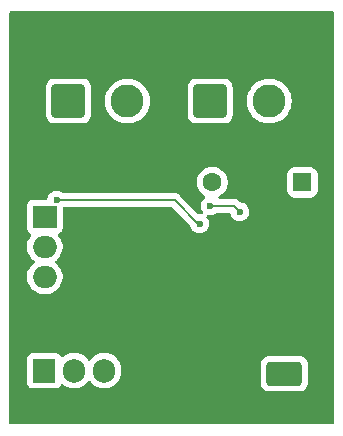
<source format=gbr>
%TF.GenerationSoftware,KiCad,Pcbnew,9.0.6*%
%TF.CreationDate,2025-12-23T21:48:00+05:30*%
%TF.ProjectId,CLASS D AMPLIFIER,434c4153-5320-4442-9041-4d504c494649,rev?*%
%TF.SameCoordinates,Original*%
%TF.FileFunction,Copper,L2,Bot*%
%TF.FilePolarity,Positive*%
%FSLAX46Y46*%
G04 Gerber Fmt 4.6, Leading zero omitted, Abs format (unit mm)*
G04 Created by KiCad (PCBNEW 9.0.6) date 2025-12-23 21:48:00*
%MOMM*%
%LPD*%
G01*
G04 APERTURE LIST*
G04 Aperture macros list*
%AMRoundRect*
0 Rectangle with rounded corners*
0 $1 Rounding radius*
0 $2 $3 $4 $5 $6 $7 $8 $9 X,Y pos of 4 corners*
0 Add a 4 corners polygon primitive as box body*
4,1,4,$2,$3,$4,$5,$6,$7,$8,$9,$2,$3,0*
0 Add four circle primitives for the rounded corners*
1,1,$1+$1,$2,$3*
1,1,$1+$1,$4,$5*
1,1,$1+$1,$6,$7*
1,1,$1+$1,$8,$9*
0 Add four rect primitives between the rounded corners*
20,1,$1+$1,$2,$3,$4,$5,0*
20,1,$1+$1,$4,$5,$6,$7,0*
20,1,$1+$1,$6,$7,$8,$9,0*
20,1,$1+$1,$8,$9,$2,$3,0*%
G04 Aperture macros list end*
%TA.AperFunction,ComponentPad*%
%ADD10R,1.905000X2.000000*%
%TD*%
%TA.AperFunction,ComponentPad*%
%ADD11O,1.905000X2.000000*%
%TD*%
%TA.AperFunction,ComponentPad*%
%ADD12R,2.000000X1.905000*%
%TD*%
%TA.AperFunction,ComponentPad*%
%ADD13O,2.000000X1.905000*%
%TD*%
%TA.AperFunction,ComponentPad*%
%ADD14RoundRect,0.250000X-1.250000X0.750000X-1.250000X-0.750000X1.250000X-0.750000X1.250000X0.750000X0*%
%TD*%
%TA.AperFunction,ComponentPad*%
%ADD15RoundRect,0.250001X-1.149999X-1.149999X1.149999X-1.149999X1.149999X1.149999X-1.149999X1.149999X0*%
%TD*%
%TA.AperFunction,ComponentPad*%
%ADD16C,2.800000*%
%TD*%
%TA.AperFunction,ComponentPad*%
%ADD17RoundRect,0.250000X0.550000X0.550000X-0.550000X0.550000X-0.550000X-0.550000X0.550000X-0.550000X0*%
%TD*%
%TA.AperFunction,ComponentPad*%
%ADD18C,1.600000*%
%TD*%
%TA.AperFunction,ViaPad*%
%ADD19C,0.600000*%
%TD*%
%TA.AperFunction,Conductor*%
%ADD20C,0.200000*%
%TD*%
G04 APERTURE END LIST*
D10*
%TO.P,Q2,1,B*%
%TO.N,Net-(Q1-B)*%
X103460000Y-80950000D03*
D11*
%TO.P,Q2,2,C*%
%TO.N,Net-(J1-Pin_2)*%
X106000000Y-80950000D03*
%TO.P,Q2,3,E*%
%TO.N,Net-(Q1-E)*%
X108540000Y-80950000D03*
%TD*%
D12*
%TO.P,Q1,1,B*%
%TO.N,Net-(Q1-B)*%
X103500000Y-67920000D03*
D13*
%TO.P,Q1,2,C*%
%TO.N,Net-(J1-Pin_1)*%
X103500000Y-70460000D03*
%TO.P,Q1,3,E*%
%TO.N,Net-(Q1-E)*%
X103500000Y-73000000D03*
%TD*%
D14*
%TO.P,J3,1,Pin_1*%
%TO.N,Net-(J3-Pin_1)*%
X123782500Y-81200000D03*
%TD*%
D15*
%TO.P,J2,1,Pin_1*%
%TO.N,Net-(J2-Pin_1)*%
X117500000Y-58117500D03*
D16*
%TO.P,J2,2,Pin_2*%
%TO.N,Net-(J1-Pin_2)*%
X122500000Y-58117500D03*
%TD*%
D15*
%TO.P,J1,1,Pin_1*%
%TO.N,Net-(J1-Pin_1)*%
X105500000Y-58117500D03*
D16*
%TO.P,J1,2,Pin_2*%
%TO.N,Net-(J1-Pin_2)*%
X110500000Y-58117500D03*
%TD*%
D17*
%TO.P,D1,1,K*%
%TO.N,Net-(D1-K)*%
X125310000Y-65000000D03*
D18*
%TO.P,D1,2,A*%
%TO.N,Net-(D1-A)*%
X117690000Y-65000000D03*
%TD*%
D19*
%TO.N,Net-(J1-Pin_2)*%
X120000000Y-67500000D03*
X117500000Y-67000000D03*
%TO.N,Net-(Q1-B)*%
X104500000Y-66500000D03*
X116598999Y-68499802D03*
%TD*%
D20*
%TO.N,Net-(J1-Pin_2)*%
X119500000Y-67000000D02*
X120000000Y-67500000D01*
X117500000Y-67000000D02*
X119500000Y-67000000D01*
%TO.N,Net-(Q1-B)*%
X114500000Y-66500000D02*
X116500000Y-68500000D01*
X116500000Y-68500000D02*
X116500198Y-68499802D01*
X116500198Y-68499802D02*
X116598999Y-68499802D01*
X104500000Y-66500000D02*
X114500000Y-66500000D01*
%TD*%
%TA.AperFunction,NonConductor*%
G36*
X127942539Y-50520185D02*
G01*
X127988294Y-50572989D01*
X127999500Y-50624500D01*
X127999500Y-85375500D01*
X127979815Y-85442539D01*
X127927011Y-85488294D01*
X127875500Y-85499500D01*
X100624500Y-85499500D01*
X100557461Y-85479815D01*
X100511706Y-85427011D01*
X100500500Y-85375500D01*
X100500500Y-79902135D01*
X102007000Y-79902135D01*
X102007000Y-81997870D01*
X102007001Y-81997876D01*
X102013408Y-82057483D01*
X102063702Y-82192328D01*
X102063706Y-82192335D01*
X102149952Y-82307544D01*
X102149955Y-82307547D01*
X102265164Y-82393793D01*
X102265171Y-82393797D01*
X102400017Y-82444091D01*
X102400016Y-82444091D01*
X102406944Y-82444835D01*
X102459627Y-82450500D01*
X104460372Y-82450499D01*
X104519983Y-82444091D01*
X104654831Y-82393796D01*
X104770046Y-82307546D01*
X104856296Y-82192331D01*
X104866690Y-82164460D01*
X104908560Y-82108527D01*
X104974023Y-82084108D01*
X105042297Y-82098958D01*
X105055746Y-82107465D01*
X105238462Y-82240217D01*
X105370599Y-82307544D01*
X105442244Y-82344049D01*
X105659751Y-82414721D01*
X105659752Y-82414721D01*
X105659755Y-82414722D01*
X105885646Y-82450500D01*
X105885647Y-82450500D01*
X106114353Y-82450500D01*
X106114354Y-82450500D01*
X106340245Y-82414722D01*
X106340248Y-82414721D01*
X106340249Y-82414721D01*
X106557755Y-82344049D01*
X106557755Y-82344048D01*
X106557758Y-82344048D01*
X106761538Y-82240217D01*
X106946566Y-82105786D01*
X107108286Y-81944066D01*
X107169683Y-81859559D01*
X107225012Y-81816896D01*
X107294625Y-81810917D01*
X107356420Y-81843523D01*
X107370314Y-81859556D01*
X107431714Y-81944066D01*
X107593434Y-82105786D01*
X107778462Y-82240217D01*
X107910599Y-82307544D01*
X107982244Y-82344049D01*
X108199751Y-82414721D01*
X108199752Y-82414721D01*
X108199755Y-82414722D01*
X108425646Y-82450500D01*
X108425647Y-82450500D01*
X108654353Y-82450500D01*
X108654354Y-82450500D01*
X108880245Y-82414722D01*
X108880248Y-82414721D01*
X108880249Y-82414721D01*
X109097755Y-82344049D01*
X109097755Y-82344048D01*
X109097758Y-82344048D01*
X109301538Y-82240217D01*
X109486566Y-82105786D01*
X109648286Y-81944066D01*
X109782717Y-81759038D01*
X109886548Y-81555258D01*
X109957222Y-81337745D01*
X109993000Y-81111854D01*
X109993000Y-80788146D01*
X109957222Y-80562255D01*
X109957221Y-80562251D01*
X109957221Y-80562250D01*
X109915925Y-80435152D01*
X109904498Y-80399983D01*
X121782000Y-80399983D01*
X121782000Y-82000001D01*
X121782001Y-82000018D01*
X121792500Y-82102796D01*
X121792501Y-82102799D01*
X121847685Y-82269331D01*
X121847686Y-82269334D01*
X121939788Y-82418656D01*
X122063844Y-82542712D01*
X122213166Y-82634814D01*
X122379703Y-82689999D01*
X122482491Y-82700500D01*
X125082508Y-82700499D01*
X125185297Y-82689999D01*
X125351834Y-82634814D01*
X125501156Y-82542712D01*
X125625212Y-82418656D01*
X125717314Y-82269334D01*
X125772499Y-82102797D01*
X125783000Y-82000009D01*
X125782999Y-80399992D01*
X125772499Y-80297203D01*
X125717314Y-80130666D01*
X125625212Y-79981344D01*
X125501156Y-79857288D01*
X125351834Y-79765186D01*
X125185297Y-79710001D01*
X125185295Y-79710000D01*
X125082510Y-79699500D01*
X122482498Y-79699500D01*
X122482481Y-79699501D01*
X122379703Y-79710000D01*
X122379700Y-79710001D01*
X122213168Y-79765185D01*
X122213163Y-79765187D01*
X122063842Y-79857289D01*
X121939789Y-79981342D01*
X121847687Y-80130663D01*
X121847685Y-80130668D01*
X121844274Y-80140962D01*
X121792501Y-80297203D01*
X121792501Y-80297204D01*
X121792500Y-80297204D01*
X121782000Y-80399983D01*
X109904498Y-80399983D01*
X109886549Y-80344744D01*
X109862324Y-80297200D01*
X109782717Y-80140962D01*
X109648286Y-79955934D01*
X109486566Y-79794214D01*
X109301538Y-79659783D01*
X109097755Y-79555950D01*
X108880248Y-79485278D01*
X108694812Y-79455908D01*
X108654354Y-79449500D01*
X108425646Y-79449500D01*
X108385188Y-79455908D01*
X108199753Y-79485278D01*
X108199750Y-79485278D01*
X107982244Y-79555950D01*
X107778461Y-79659783D01*
X107712550Y-79707671D01*
X107593434Y-79794214D01*
X107593432Y-79794216D01*
X107593431Y-79794216D01*
X107431715Y-79955932D01*
X107370318Y-80040438D01*
X107314987Y-80083103D01*
X107245374Y-80089082D01*
X107183579Y-80056476D01*
X107169682Y-80040438D01*
X107126746Y-79981342D01*
X107108286Y-79955934D01*
X106946566Y-79794214D01*
X106761538Y-79659783D01*
X106557755Y-79555950D01*
X106340248Y-79485278D01*
X106154812Y-79455908D01*
X106114354Y-79449500D01*
X105885646Y-79449500D01*
X105845188Y-79455908D01*
X105659753Y-79485278D01*
X105659750Y-79485278D01*
X105442244Y-79555950D01*
X105238461Y-79659783D01*
X105055759Y-79792525D01*
X104989952Y-79816005D01*
X104921898Y-79800180D01*
X104873203Y-79750074D01*
X104866690Y-79735538D01*
X104856296Y-79707669D01*
X104856293Y-79707664D01*
X104770047Y-79592455D01*
X104770044Y-79592452D01*
X104654835Y-79506206D01*
X104654828Y-79506202D01*
X104519982Y-79455908D01*
X104519983Y-79455908D01*
X104460383Y-79449501D01*
X104460381Y-79449500D01*
X104460373Y-79449500D01*
X104460364Y-79449500D01*
X102459629Y-79449500D01*
X102459623Y-79449501D01*
X102400016Y-79455908D01*
X102265171Y-79506202D01*
X102265164Y-79506206D01*
X102149955Y-79592452D01*
X102149952Y-79592455D01*
X102063706Y-79707664D01*
X102063702Y-79707671D01*
X102013408Y-79842517D01*
X102007001Y-79902116D01*
X102007000Y-79902135D01*
X100500500Y-79902135D01*
X100500500Y-66919635D01*
X101999500Y-66919635D01*
X101999500Y-68920370D01*
X101999501Y-68920376D01*
X102005908Y-68979983D01*
X102056202Y-69114828D01*
X102056206Y-69114835D01*
X102142452Y-69230044D01*
X102142455Y-69230047D01*
X102257664Y-69316293D01*
X102257669Y-69316296D01*
X102285539Y-69326690D01*
X102341473Y-69368561D01*
X102365891Y-69434024D01*
X102351040Y-69502298D01*
X102342525Y-69515759D01*
X102209783Y-69698461D01*
X102105950Y-69902244D01*
X102035278Y-70119750D01*
X102035278Y-70119753D01*
X101999500Y-70345646D01*
X101999500Y-70574353D01*
X102035278Y-70800246D01*
X102035278Y-70800249D01*
X102105950Y-71017755D01*
X102105952Y-71017758D01*
X102209783Y-71221538D01*
X102344214Y-71406566D01*
X102505934Y-71568286D01*
X102575423Y-71618773D01*
X102590438Y-71629682D01*
X102633103Y-71685013D01*
X102639082Y-71754626D01*
X102606476Y-71816421D01*
X102590438Y-71830318D01*
X102505932Y-71891715D01*
X102344216Y-72053431D01*
X102344216Y-72053432D01*
X102344214Y-72053434D01*
X102286480Y-72132896D01*
X102209783Y-72238461D01*
X102105950Y-72442244D01*
X102035278Y-72659750D01*
X102035278Y-72659753D01*
X101999500Y-72885646D01*
X101999500Y-73114353D01*
X102035278Y-73340246D01*
X102035278Y-73340249D01*
X102105950Y-73557755D01*
X102105952Y-73557758D01*
X102209783Y-73761538D01*
X102344214Y-73946566D01*
X102505934Y-74108286D01*
X102690962Y-74242717D01*
X102894742Y-74346548D01*
X102894744Y-74346549D01*
X103112251Y-74417221D01*
X103112252Y-74417221D01*
X103112255Y-74417222D01*
X103338146Y-74453000D01*
X103338147Y-74453000D01*
X103661853Y-74453000D01*
X103661854Y-74453000D01*
X103887745Y-74417222D01*
X103887748Y-74417221D01*
X103887749Y-74417221D01*
X104105255Y-74346549D01*
X104105255Y-74346548D01*
X104105258Y-74346548D01*
X104309038Y-74242717D01*
X104494066Y-74108286D01*
X104655786Y-73946566D01*
X104790217Y-73761538D01*
X104894048Y-73557758D01*
X104964722Y-73340245D01*
X105000500Y-73114354D01*
X105000500Y-72885646D01*
X104964722Y-72659755D01*
X104964721Y-72659751D01*
X104964721Y-72659750D01*
X104894049Y-72442244D01*
X104790216Y-72238461D01*
X104655786Y-72053434D01*
X104494066Y-71891714D01*
X104409559Y-71830316D01*
X104366896Y-71774988D01*
X104360917Y-71705375D01*
X104393523Y-71643580D01*
X104409556Y-71629685D01*
X104494066Y-71568286D01*
X104655786Y-71406566D01*
X104790217Y-71221538D01*
X104894048Y-71017758D01*
X104964722Y-70800245D01*
X105000500Y-70574354D01*
X105000500Y-70345646D01*
X104964722Y-70119755D01*
X104964721Y-70119751D01*
X104964721Y-70119750D01*
X104894049Y-69902244D01*
X104790216Y-69698461D01*
X104657472Y-69515755D01*
X104633994Y-69449953D01*
X104649819Y-69381899D01*
X104699925Y-69333204D01*
X104714455Y-69326692D01*
X104742331Y-69316296D01*
X104857546Y-69230046D01*
X104943796Y-69114831D01*
X104994091Y-68979983D01*
X105000500Y-68920373D01*
X105000499Y-67224499D01*
X105020184Y-67157461D01*
X105072987Y-67111706D01*
X105124499Y-67100500D01*
X114199903Y-67100500D01*
X114266942Y-67120185D01*
X114287584Y-67136819D01*
X115789056Y-68638291D01*
X115822541Y-68699614D01*
X115822992Y-68701780D01*
X115829260Y-68733293D01*
X115829263Y-68733303D01*
X115889601Y-68878974D01*
X115889608Y-68878987D01*
X115977209Y-69010090D01*
X115977212Y-69010094D01*
X116088706Y-69121588D01*
X116088710Y-69121591D01*
X116219813Y-69209192D01*
X116219826Y-69209199D01*
X116365497Y-69269537D01*
X116365502Y-69269539D01*
X116520152Y-69300301D01*
X116520155Y-69300302D01*
X116520157Y-69300302D01*
X116677843Y-69300302D01*
X116677844Y-69300301D01*
X116832496Y-69269539D01*
X116978178Y-69209196D01*
X117109288Y-69121591D01*
X117220788Y-69010091D01*
X117308393Y-68878981D01*
X117368736Y-68733299D01*
X117399499Y-68578644D01*
X117399499Y-68420960D01*
X117399499Y-68420957D01*
X117399498Y-68420955D01*
X117375538Y-68300500D01*
X117368736Y-68266305D01*
X117308875Y-68121786D01*
X117308396Y-68120629D01*
X117308389Y-68120616D01*
X117220788Y-67989513D01*
X117216923Y-67984803D01*
X117218866Y-67983208D01*
X117190652Y-67931538D01*
X117195636Y-67861846D01*
X117237508Y-67805913D01*
X117302972Y-67781496D01*
X117336010Y-67783563D01*
X117421155Y-67800500D01*
X117421158Y-67800500D01*
X117578844Y-67800500D01*
X117578845Y-67800499D01*
X117733497Y-67769737D01*
X117879179Y-67709394D01*
X117910880Y-67688212D01*
X118010875Y-67621398D01*
X118077553Y-67600520D01*
X118079766Y-67600500D01*
X119102044Y-67600500D01*
X119169083Y-67620185D01*
X119214838Y-67672989D01*
X119223661Y-67700309D01*
X119230261Y-67733489D01*
X119230264Y-67733501D01*
X119290602Y-67879172D01*
X119290609Y-67879185D01*
X119378210Y-68010288D01*
X119378213Y-68010292D01*
X119489707Y-68121786D01*
X119489711Y-68121789D01*
X119620814Y-68209390D01*
X119620827Y-68209397D01*
X119758205Y-68266300D01*
X119766503Y-68269737D01*
X119921153Y-68300499D01*
X119921156Y-68300500D01*
X119921158Y-68300500D01*
X120078844Y-68300500D01*
X120078845Y-68300499D01*
X120233497Y-68269737D01*
X120379179Y-68209394D01*
X120510289Y-68121789D01*
X120621789Y-68010289D01*
X120709394Y-67879179D01*
X120769737Y-67733497D01*
X120800500Y-67578842D01*
X120800500Y-67421158D01*
X120800500Y-67421155D01*
X120800499Y-67421153D01*
X120769738Y-67266510D01*
X120769737Y-67266503D01*
X120716021Y-67136819D01*
X120709397Y-67120827D01*
X120709390Y-67120814D01*
X120621789Y-66989711D01*
X120621786Y-66989707D01*
X120510292Y-66878213D01*
X120510288Y-66878210D01*
X120379185Y-66790609D01*
X120379172Y-66790602D01*
X120233501Y-66730264D01*
X120233491Y-66730261D01*
X120078151Y-66699362D01*
X120061394Y-66690596D01*
X120042916Y-66686577D01*
X120017875Y-66667831D01*
X120016241Y-66666977D01*
X120014664Y-66665428D01*
X120014660Y-66665425D01*
X119980520Y-66631284D01*
X119868717Y-66519481D01*
X119868716Y-66519480D01*
X119777817Y-66467000D01*
X119731785Y-66440423D01*
X119579057Y-66399499D01*
X119420943Y-66399499D01*
X119413347Y-66399499D01*
X119413331Y-66399500D01*
X118324421Y-66399500D01*
X118257382Y-66379815D01*
X118211627Y-66327011D01*
X118201683Y-66257853D01*
X118230708Y-66194297D01*
X118268126Y-66165015D01*
X118279785Y-66159073D01*
X118371610Y-66112287D01*
X118499349Y-66019480D01*
X118537213Y-65991971D01*
X118537215Y-65991968D01*
X118537219Y-65991966D01*
X118681966Y-65847219D01*
X118681968Y-65847215D01*
X118681971Y-65847213D01*
X118766938Y-65730264D01*
X118802287Y-65681610D01*
X118895220Y-65499219D01*
X118958477Y-65304534D01*
X118990500Y-65102352D01*
X118990500Y-64897648D01*
X118958477Y-64695466D01*
X118895220Y-64500781D01*
X118895218Y-64500778D01*
X118895218Y-64500776D01*
X118870940Y-64453129D01*
X118843861Y-64399983D01*
X124009500Y-64399983D01*
X124009500Y-65600001D01*
X124009501Y-65600018D01*
X124020000Y-65702796D01*
X124020001Y-65702799D01*
X124075185Y-65869331D01*
X124075187Y-65869336D01*
X124081651Y-65879815D01*
X124167288Y-66018656D01*
X124291344Y-66142712D01*
X124440666Y-66234814D01*
X124607203Y-66289999D01*
X124709991Y-66300500D01*
X125910008Y-66300499D01*
X126012797Y-66289999D01*
X126179334Y-66234814D01*
X126328656Y-66142712D01*
X126452712Y-66018656D01*
X126544814Y-65869334D01*
X126599999Y-65702797D01*
X126610500Y-65600009D01*
X126610499Y-64399992D01*
X126599999Y-64297203D01*
X126544814Y-64130666D01*
X126452712Y-63981344D01*
X126328656Y-63857288D01*
X126179334Y-63765186D01*
X126012797Y-63710001D01*
X126012795Y-63710000D01*
X125910010Y-63699500D01*
X124709998Y-63699500D01*
X124709981Y-63699501D01*
X124607203Y-63710000D01*
X124607200Y-63710001D01*
X124440668Y-63765185D01*
X124440663Y-63765187D01*
X124291342Y-63857289D01*
X124167289Y-63981342D01*
X124075187Y-64130663D01*
X124075186Y-64130666D01*
X124020001Y-64297203D01*
X124020001Y-64297204D01*
X124020000Y-64297204D01*
X124009500Y-64399983D01*
X118843861Y-64399983D01*
X118802284Y-64318385D01*
X118681971Y-64152786D01*
X118537213Y-64008028D01*
X118371613Y-63887715D01*
X118371612Y-63887714D01*
X118371610Y-63887713D01*
X118311898Y-63857288D01*
X118189223Y-63794781D01*
X117994534Y-63731522D01*
X117819995Y-63703878D01*
X117792352Y-63699500D01*
X117587648Y-63699500D01*
X117563329Y-63703351D01*
X117385465Y-63731522D01*
X117190776Y-63794781D01*
X117008386Y-63887715D01*
X116842786Y-64008028D01*
X116698028Y-64152786D01*
X116577715Y-64318386D01*
X116484781Y-64500776D01*
X116421522Y-64695465D01*
X116389500Y-64897648D01*
X116389500Y-65102351D01*
X116421522Y-65304534D01*
X116484781Y-65499223D01*
X116577715Y-65681613D01*
X116698028Y-65847213D01*
X116842786Y-65991971D01*
X117008385Y-66112284D01*
X117008387Y-66112285D01*
X117008390Y-66112287D01*
X117035084Y-66125888D01*
X117085880Y-66173861D01*
X117102676Y-66241682D01*
X117080140Y-66307817D01*
X117047682Y-66339474D01*
X116989713Y-66378208D01*
X116989707Y-66378213D01*
X116878213Y-66489707D01*
X116878210Y-66489711D01*
X116790609Y-66620814D01*
X116790602Y-66620827D01*
X116730264Y-66766498D01*
X116730261Y-66766510D01*
X116699500Y-66921153D01*
X116699500Y-67078846D01*
X116730261Y-67233489D01*
X116730264Y-67233501D01*
X116790602Y-67379172D01*
X116790609Y-67379185D01*
X116878210Y-67510288D01*
X116882076Y-67514999D01*
X116880132Y-67516593D01*
X116888421Y-67531774D01*
X116904665Y-67554955D01*
X116904948Y-67562041D01*
X116908346Y-67568263D01*
X116906327Y-67596490D01*
X116907459Y-67624769D01*
X116903867Y-67630881D01*
X116903362Y-67637955D01*
X116886400Y-67660611D01*
X116872066Y-67685011D01*
X116865738Y-67688212D01*
X116861490Y-67693888D01*
X116834976Y-67703777D01*
X116809722Y-67716555D01*
X116800878Y-67716495D01*
X116796026Y-67718305D01*
X116774456Y-67717966D01*
X116768670Y-67717369D01*
X116677841Y-67699302D01*
X116593525Y-67699302D01*
X116587175Y-67698647D01*
X116560505Y-67687734D01*
X116532860Y-67679617D01*
X116524807Y-67673128D01*
X116522510Y-67672188D01*
X116521042Y-67670094D01*
X116512218Y-67662983D01*
X114987590Y-66138355D01*
X114987588Y-66138352D01*
X114868717Y-66019481D01*
X114868716Y-66019480D01*
X114781904Y-65969360D01*
X114781904Y-65969359D01*
X114781900Y-65969358D01*
X114731785Y-65940423D01*
X114579057Y-65899499D01*
X114420943Y-65899499D01*
X114413347Y-65899499D01*
X114413331Y-65899500D01*
X105079766Y-65899500D01*
X105012727Y-65879815D01*
X105010875Y-65878602D01*
X104879185Y-65790609D01*
X104879172Y-65790602D01*
X104733501Y-65730264D01*
X104733489Y-65730261D01*
X104578845Y-65699500D01*
X104578842Y-65699500D01*
X104421158Y-65699500D01*
X104421155Y-65699500D01*
X104266510Y-65730261D01*
X104266498Y-65730264D01*
X104120827Y-65790602D01*
X104120814Y-65790609D01*
X103989711Y-65878210D01*
X103989707Y-65878213D01*
X103878213Y-65989707D01*
X103878210Y-65989711D01*
X103790609Y-66120814D01*
X103790602Y-66120827D01*
X103730264Y-66266498D01*
X103730261Y-66266508D01*
X103710234Y-66367192D01*
X103677849Y-66429103D01*
X103617133Y-66463677D01*
X103588617Y-66467000D01*
X102452129Y-66467000D01*
X102452123Y-66467001D01*
X102392516Y-66473408D01*
X102257671Y-66523702D01*
X102257664Y-66523706D01*
X102142455Y-66609952D01*
X102142452Y-66609955D01*
X102056206Y-66725164D01*
X102056202Y-66725171D01*
X102005908Y-66860017D01*
X101999501Y-66919616D01*
X101999500Y-66919635D01*
X100500500Y-66919635D01*
X100500500Y-56917484D01*
X103599500Y-56917484D01*
X103599500Y-59317515D01*
X103610000Y-59420295D01*
X103610001Y-59420296D01*
X103665186Y-59586835D01*
X103665187Y-59586837D01*
X103757286Y-59736151D01*
X103757289Y-59736155D01*
X103881344Y-59860210D01*
X103881348Y-59860213D01*
X104030662Y-59952312D01*
X104030664Y-59952313D01*
X104030666Y-59952314D01*
X104197203Y-60007499D01*
X104299992Y-60018000D01*
X104299997Y-60018000D01*
X106700003Y-60018000D01*
X106700008Y-60018000D01*
X106802797Y-60007499D01*
X106969334Y-59952314D01*
X107118655Y-59860211D01*
X107242711Y-59736155D01*
X107334814Y-59586834D01*
X107389999Y-59420297D01*
X107400500Y-59317508D01*
X107400500Y-57992941D01*
X108599500Y-57992941D01*
X108599500Y-58242058D01*
X108599501Y-58242075D01*
X108632017Y-58489061D01*
X108696498Y-58729707D01*
X108791830Y-58959861D01*
X108791837Y-58959876D01*
X108916400Y-59175626D01*
X109068060Y-59373274D01*
X109068066Y-59373281D01*
X109244218Y-59549433D01*
X109244225Y-59549439D01*
X109441873Y-59701099D01*
X109657623Y-59825662D01*
X109657638Y-59825669D01*
X109756825Y-59866753D01*
X109887793Y-59921002D01*
X110128435Y-59985482D01*
X110375435Y-60018000D01*
X110375442Y-60018000D01*
X110624558Y-60018000D01*
X110624565Y-60018000D01*
X110871565Y-59985482D01*
X111112207Y-59921002D01*
X111342373Y-59825664D01*
X111558127Y-59701099D01*
X111755776Y-59549438D01*
X111931938Y-59373276D01*
X112083599Y-59175627D01*
X112208164Y-58959873D01*
X112303502Y-58729707D01*
X112367982Y-58489065D01*
X112400500Y-58242065D01*
X112400500Y-57992935D01*
X112367982Y-57745935D01*
X112303502Y-57505293D01*
X112208164Y-57275127D01*
X112083599Y-57059373D01*
X111974724Y-56917484D01*
X115599500Y-56917484D01*
X115599500Y-59317515D01*
X115610000Y-59420295D01*
X115610001Y-59420296D01*
X115665186Y-59586835D01*
X115665187Y-59586837D01*
X115757286Y-59736151D01*
X115757289Y-59736155D01*
X115881344Y-59860210D01*
X115881348Y-59860213D01*
X116030662Y-59952312D01*
X116030664Y-59952313D01*
X116030666Y-59952314D01*
X116197203Y-60007499D01*
X116299992Y-60018000D01*
X116299997Y-60018000D01*
X118700003Y-60018000D01*
X118700008Y-60018000D01*
X118802797Y-60007499D01*
X118969334Y-59952314D01*
X119118655Y-59860211D01*
X119242711Y-59736155D01*
X119334814Y-59586834D01*
X119389999Y-59420297D01*
X119400500Y-59317508D01*
X119400500Y-57992941D01*
X120599500Y-57992941D01*
X120599500Y-58242058D01*
X120599501Y-58242075D01*
X120632017Y-58489061D01*
X120696498Y-58729707D01*
X120791830Y-58959861D01*
X120791837Y-58959876D01*
X120916400Y-59175626D01*
X121068060Y-59373274D01*
X121068066Y-59373281D01*
X121244218Y-59549433D01*
X121244225Y-59549439D01*
X121441873Y-59701099D01*
X121657623Y-59825662D01*
X121657638Y-59825669D01*
X121756825Y-59866753D01*
X121887793Y-59921002D01*
X122128435Y-59985482D01*
X122375435Y-60018000D01*
X122375442Y-60018000D01*
X122624558Y-60018000D01*
X122624565Y-60018000D01*
X122871565Y-59985482D01*
X123112207Y-59921002D01*
X123342373Y-59825664D01*
X123558127Y-59701099D01*
X123755776Y-59549438D01*
X123931938Y-59373276D01*
X124083599Y-59175627D01*
X124208164Y-58959873D01*
X124303502Y-58729707D01*
X124367982Y-58489065D01*
X124400500Y-58242065D01*
X124400500Y-57992935D01*
X124367982Y-57745935D01*
X124303502Y-57505293D01*
X124208164Y-57275127D01*
X124083599Y-57059373D01*
X123931938Y-56861724D01*
X123931933Y-56861718D01*
X123755781Y-56685566D01*
X123755774Y-56685560D01*
X123558126Y-56533900D01*
X123342376Y-56409337D01*
X123342361Y-56409330D01*
X123112207Y-56313998D01*
X122871561Y-56249517D01*
X122624575Y-56217001D01*
X122624570Y-56217000D01*
X122624565Y-56217000D01*
X122375435Y-56217000D01*
X122375429Y-56217000D01*
X122375424Y-56217001D01*
X122128438Y-56249517D01*
X121887792Y-56313998D01*
X121657638Y-56409330D01*
X121657623Y-56409337D01*
X121441873Y-56533900D01*
X121244225Y-56685560D01*
X121244218Y-56685566D01*
X121068066Y-56861718D01*
X121068060Y-56861725D01*
X120916400Y-57059373D01*
X120791837Y-57275123D01*
X120791830Y-57275138D01*
X120696498Y-57505292D01*
X120632017Y-57745938D01*
X120599501Y-57992924D01*
X120599500Y-57992941D01*
X119400500Y-57992941D01*
X119400500Y-56917492D01*
X119389999Y-56814703D01*
X119334814Y-56648166D01*
X119264333Y-56533900D01*
X119242713Y-56498848D01*
X119242710Y-56498844D01*
X119118655Y-56374789D01*
X119118651Y-56374786D01*
X118969337Y-56282687D01*
X118969335Y-56282686D01*
X118869237Y-56249517D01*
X118802797Y-56227501D01*
X118802795Y-56227500D01*
X118700015Y-56217000D01*
X118700008Y-56217000D01*
X116299992Y-56217000D01*
X116299984Y-56217000D01*
X116197204Y-56227500D01*
X116197203Y-56227501D01*
X116030664Y-56282686D01*
X116030662Y-56282687D01*
X115881348Y-56374786D01*
X115881344Y-56374789D01*
X115757289Y-56498844D01*
X115757286Y-56498848D01*
X115665187Y-56648162D01*
X115665186Y-56648164D01*
X115610001Y-56814703D01*
X115610000Y-56814704D01*
X115599500Y-56917484D01*
X111974724Y-56917484D01*
X111931938Y-56861724D01*
X111931933Y-56861718D01*
X111755781Y-56685566D01*
X111755774Y-56685560D01*
X111558126Y-56533900D01*
X111342376Y-56409337D01*
X111342361Y-56409330D01*
X111112207Y-56313998D01*
X110871561Y-56249517D01*
X110624575Y-56217001D01*
X110624570Y-56217000D01*
X110624565Y-56217000D01*
X110375435Y-56217000D01*
X110375429Y-56217000D01*
X110375424Y-56217001D01*
X110128438Y-56249517D01*
X109887792Y-56313998D01*
X109657638Y-56409330D01*
X109657623Y-56409337D01*
X109441873Y-56533900D01*
X109244225Y-56685560D01*
X109244218Y-56685566D01*
X109068066Y-56861718D01*
X109068060Y-56861725D01*
X108916400Y-57059373D01*
X108791837Y-57275123D01*
X108791830Y-57275138D01*
X108696498Y-57505292D01*
X108632017Y-57745938D01*
X108599501Y-57992924D01*
X108599500Y-57992941D01*
X107400500Y-57992941D01*
X107400500Y-56917492D01*
X107389999Y-56814703D01*
X107334814Y-56648166D01*
X107264333Y-56533900D01*
X107242713Y-56498848D01*
X107242710Y-56498844D01*
X107118655Y-56374789D01*
X107118651Y-56374786D01*
X106969337Y-56282687D01*
X106969335Y-56282686D01*
X106869237Y-56249517D01*
X106802797Y-56227501D01*
X106802795Y-56227500D01*
X106700015Y-56217000D01*
X106700008Y-56217000D01*
X104299992Y-56217000D01*
X104299984Y-56217000D01*
X104197204Y-56227500D01*
X104197203Y-56227501D01*
X104030664Y-56282686D01*
X104030662Y-56282687D01*
X103881348Y-56374786D01*
X103881344Y-56374789D01*
X103757289Y-56498844D01*
X103757286Y-56498848D01*
X103665187Y-56648162D01*
X103665186Y-56648164D01*
X103610001Y-56814703D01*
X103610000Y-56814704D01*
X103599500Y-56917484D01*
X100500500Y-56917484D01*
X100500500Y-50624500D01*
X100520185Y-50557461D01*
X100572989Y-50511706D01*
X100624500Y-50500500D01*
X127875500Y-50500500D01*
X127942539Y-50520185D01*
G37*
%TD.AperFunction*%
M02*

</source>
